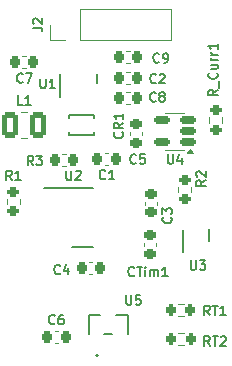
<source format=gbr>
G04 #@! TF.GenerationSoftware,KiCad,Pcbnew,8.0.1*
G04 #@! TF.CreationDate,2025-03-18T21:27:00-06:00*
G04 #@! TF.ProjectId,Temperature_Flex_boost,54656d70-6572-4617-9475-72655f466c65,rev?*
G04 #@! TF.SameCoordinates,Original*
G04 #@! TF.FileFunction,Legend,Top*
G04 #@! TF.FilePolarity,Positive*
%FSLAX46Y46*%
G04 Gerber Fmt 4.6, Leading zero omitted, Abs format (unit mm)*
G04 Created by KiCad (PCBNEW 8.0.1) date 2025-03-18 21:27:00*
%MOMM*%
%LPD*%
G01*
G04 APERTURE LIST*
G04 Aperture macros list*
%AMRoundRect*
0 Rectangle with rounded corners*
0 $1 Rounding radius*
0 $2 $3 $4 $5 $6 $7 $8 $9 X,Y pos of 4 corners*
0 Add a 4 corners polygon primitive as box body*
4,1,4,$2,$3,$4,$5,$6,$7,$8,$9,$2,$3,0*
0 Add four circle primitives for the rounded corners*
1,1,$1+$1,$2,$3*
1,1,$1+$1,$4,$5*
1,1,$1+$1,$6,$7*
1,1,$1+$1,$8,$9*
0 Add four rect primitives between the rounded corners*
20,1,$1+$1,$2,$3,$4,$5,0*
20,1,$1+$1,$4,$5,$6,$7,0*
20,1,$1+$1,$6,$7,$8,$9,0*
20,1,$1+$1,$8,$9,$2,$3,0*%
G04 Aperture macros list end*
%ADD10C,0.150000*%
%ADD11C,0.120000*%
%ADD12C,0.200000*%
%ADD13C,0.152400*%
%ADD14RoundRect,0.225000X0.225000X0.250000X-0.225000X0.250000X-0.225000X-0.250000X0.225000X-0.250000X0*%
%ADD15R,0.399999X0.850001*%
%ADD16RoundRect,0.225000X-0.225000X-0.250000X0.225000X-0.250000X0.225000X0.250000X-0.225000X0.250000X0*%
%ADD17R,0.609600X1.625600*%
%ADD18RoundRect,0.200000X-0.200000X-0.275000X0.200000X-0.275000X0.200000X0.275000X-0.200000X0.275000X0*%
%ADD19RoundRect,0.200000X-0.275000X0.200000X-0.275000X-0.200000X0.275000X-0.200000X0.275000X0.200000X0*%
%ADD20RoundRect,0.250001X-0.462499X-0.849999X0.462499X-0.849999X0.462499X0.849999X-0.462499X0.849999X0*%
%ADD21O,1.649999X0.650001*%
%ADD22RoundRect,0.200000X0.275000X-0.200000X0.275000X0.200000X-0.275000X0.200000X-0.275000X-0.200000X0*%
%ADD23R,0.599999X1.000000*%
%ADD24RoundRect,0.225000X0.250000X-0.225000X0.250000X0.225000X-0.250000X0.225000X-0.250000X-0.225000X0*%
%ADD25R,1.416000X0.451600*%
%ADD26RoundRect,0.225000X-0.250000X0.225000X-0.250000X-0.225000X0.250000X-0.225000X0.250000X0.225000X0*%
%ADD27R,1.700000X1.700000*%
%ADD28O,1.700000X1.700000*%
%ADD29RoundRect,0.150000X0.512500X0.150000X-0.512500X0.150000X-0.512500X-0.150000X0.512500X-0.150000X0*%
G04 APERTURE END LIST*
D10*
X184056667Y-52956104D02*
X184018571Y-52994200D01*
X184018571Y-52994200D02*
X183904286Y-53032295D01*
X183904286Y-53032295D02*
X183828095Y-53032295D01*
X183828095Y-53032295D02*
X183713809Y-52994200D01*
X183713809Y-52994200D02*
X183637619Y-52918009D01*
X183637619Y-52918009D02*
X183599524Y-52841819D01*
X183599524Y-52841819D02*
X183561428Y-52689438D01*
X183561428Y-52689438D02*
X183561428Y-52575152D01*
X183561428Y-52575152D02*
X183599524Y-52422771D01*
X183599524Y-52422771D02*
X183637619Y-52346580D01*
X183637619Y-52346580D02*
X183713809Y-52270390D01*
X183713809Y-52270390D02*
X183828095Y-52232295D01*
X183828095Y-52232295D02*
X183904286Y-52232295D01*
X183904286Y-52232295D02*
X184018571Y-52270390D01*
X184018571Y-52270390D02*
X184056667Y-52308485D01*
X184323333Y-52232295D02*
X184856667Y-52232295D01*
X184856667Y-52232295D02*
X184513809Y-53032295D01*
X198280476Y-68042295D02*
X198280476Y-68689914D01*
X198280476Y-68689914D02*
X198318571Y-68766104D01*
X198318571Y-68766104D02*
X198356666Y-68804200D01*
X198356666Y-68804200D02*
X198432857Y-68842295D01*
X198432857Y-68842295D02*
X198585238Y-68842295D01*
X198585238Y-68842295D02*
X198661428Y-68804200D01*
X198661428Y-68804200D02*
X198699523Y-68766104D01*
X198699523Y-68766104D02*
X198737619Y-68689914D01*
X198737619Y-68689914D02*
X198737619Y-68042295D01*
X199042380Y-68042295D02*
X199537618Y-68042295D01*
X199537618Y-68042295D02*
X199270952Y-68347057D01*
X199270952Y-68347057D02*
X199385237Y-68347057D01*
X199385237Y-68347057D02*
X199461428Y-68385152D01*
X199461428Y-68385152D02*
X199499523Y-68423247D01*
X199499523Y-68423247D02*
X199537618Y-68499438D01*
X199537618Y-68499438D02*
X199537618Y-68689914D01*
X199537618Y-68689914D02*
X199499523Y-68766104D01*
X199499523Y-68766104D02*
X199461428Y-68804200D01*
X199461428Y-68804200D02*
X199385237Y-68842295D01*
X199385237Y-68842295D02*
X199156666Y-68842295D01*
X199156666Y-68842295D02*
X199080475Y-68804200D01*
X199080475Y-68804200D02*
X199042380Y-68766104D01*
X195346667Y-53006104D02*
X195308571Y-53044200D01*
X195308571Y-53044200D02*
X195194286Y-53082295D01*
X195194286Y-53082295D02*
X195118095Y-53082295D01*
X195118095Y-53082295D02*
X195003809Y-53044200D01*
X195003809Y-53044200D02*
X194927619Y-52968009D01*
X194927619Y-52968009D02*
X194889524Y-52891819D01*
X194889524Y-52891819D02*
X194851428Y-52739438D01*
X194851428Y-52739438D02*
X194851428Y-52625152D01*
X194851428Y-52625152D02*
X194889524Y-52472771D01*
X194889524Y-52472771D02*
X194927619Y-52396580D01*
X194927619Y-52396580D02*
X195003809Y-52320390D01*
X195003809Y-52320390D02*
X195118095Y-52282295D01*
X195118095Y-52282295D02*
X195194286Y-52282295D01*
X195194286Y-52282295D02*
X195308571Y-52320390D01*
X195308571Y-52320390D02*
X195346667Y-52358485D01*
X195651428Y-52358485D02*
X195689524Y-52320390D01*
X195689524Y-52320390D02*
X195765714Y-52282295D01*
X195765714Y-52282295D02*
X195956190Y-52282295D01*
X195956190Y-52282295D02*
X196032381Y-52320390D01*
X196032381Y-52320390D02*
X196070476Y-52358485D01*
X196070476Y-52358485D02*
X196108571Y-52434676D01*
X196108571Y-52434676D02*
X196108571Y-52510866D01*
X196108571Y-52510866D02*
X196070476Y-52625152D01*
X196070476Y-52625152D02*
X195613333Y-53082295D01*
X195613333Y-53082295D02*
X196108571Y-53082295D01*
X192820476Y-71012295D02*
X192820476Y-71659914D01*
X192820476Y-71659914D02*
X192858571Y-71736104D01*
X192858571Y-71736104D02*
X192896666Y-71774200D01*
X192896666Y-71774200D02*
X192972857Y-71812295D01*
X192972857Y-71812295D02*
X193125238Y-71812295D01*
X193125238Y-71812295D02*
X193201428Y-71774200D01*
X193201428Y-71774200D02*
X193239523Y-71736104D01*
X193239523Y-71736104D02*
X193277619Y-71659914D01*
X193277619Y-71659914D02*
X193277619Y-71012295D01*
X194039523Y-71012295D02*
X193658571Y-71012295D01*
X193658571Y-71012295D02*
X193620475Y-71393247D01*
X193620475Y-71393247D02*
X193658571Y-71355152D01*
X193658571Y-71355152D02*
X193734761Y-71317057D01*
X193734761Y-71317057D02*
X193925237Y-71317057D01*
X193925237Y-71317057D02*
X194001428Y-71355152D01*
X194001428Y-71355152D02*
X194039523Y-71393247D01*
X194039523Y-71393247D02*
X194077618Y-71469438D01*
X194077618Y-71469438D02*
X194077618Y-71659914D01*
X194077618Y-71659914D02*
X194039523Y-71736104D01*
X194039523Y-71736104D02*
X194001428Y-71774200D01*
X194001428Y-71774200D02*
X193925237Y-71812295D01*
X193925237Y-71812295D02*
X193734761Y-71812295D01*
X193734761Y-71812295D02*
X193658571Y-71774200D01*
X193658571Y-71774200D02*
X193620475Y-71736104D01*
X199891905Y-72692295D02*
X199625238Y-72311342D01*
X199434762Y-72692295D02*
X199434762Y-71892295D01*
X199434762Y-71892295D02*
X199739524Y-71892295D01*
X199739524Y-71892295D02*
X199815714Y-71930390D01*
X199815714Y-71930390D02*
X199853809Y-71968485D01*
X199853809Y-71968485D02*
X199891905Y-72044676D01*
X199891905Y-72044676D02*
X199891905Y-72158961D01*
X199891905Y-72158961D02*
X199853809Y-72235152D01*
X199853809Y-72235152D02*
X199815714Y-72273247D01*
X199815714Y-72273247D02*
X199739524Y-72311342D01*
X199739524Y-72311342D02*
X199434762Y-72311342D01*
X200120476Y-71892295D02*
X200577619Y-71892295D01*
X200349047Y-72692295D02*
X200349047Y-71892295D01*
X201263333Y-72692295D02*
X200806190Y-72692295D01*
X201034762Y-72692295D02*
X201034762Y-71892295D01*
X201034762Y-71892295D02*
X200958571Y-72006580D01*
X200958571Y-72006580D02*
X200882381Y-72082771D01*
X200882381Y-72082771D02*
X200806190Y-72120866D01*
X183146667Y-61262295D02*
X182880000Y-60881342D01*
X182689524Y-61262295D02*
X182689524Y-60462295D01*
X182689524Y-60462295D02*
X182994286Y-60462295D01*
X182994286Y-60462295D02*
X183070476Y-60500390D01*
X183070476Y-60500390D02*
X183108571Y-60538485D01*
X183108571Y-60538485D02*
X183146667Y-60614676D01*
X183146667Y-60614676D02*
X183146667Y-60728961D01*
X183146667Y-60728961D02*
X183108571Y-60805152D01*
X183108571Y-60805152D02*
X183070476Y-60843247D01*
X183070476Y-60843247D02*
X182994286Y-60881342D01*
X182994286Y-60881342D02*
X182689524Y-60881342D01*
X183908571Y-61262295D02*
X183451428Y-61262295D01*
X183680000Y-61262295D02*
X183680000Y-60462295D01*
X183680000Y-60462295D02*
X183603809Y-60576580D01*
X183603809Y-60576580D02*
X183527619Y-60652771D01*
X183527619Y-60652771D02*
X183451428Y-60690866D01*
X184054166Y-54902295D02*
X183673214Y-54902295D01*
X183673214Y-54902295D02*
X183673214Y-54102295D01*
X184739880Y-54902295D02*
X184282737Y-54902295D01*
X184511309Y-54902295D02*
X184511309Y-54102295D01*
X184511309Y-54102295D02*
X184435118Y-54216580D01*
X184435118Y-54216580D02*
X184358928Y-54292771D01*
X184358928Y-54292771D02*
X184282737Y-54330866D01*
X195326667Y-54556104D02*
X195288571Y-54594200D01*
X195288571Y-54594200D02*
X195174286Y-54632295D01*
X195174286Y-54632295D02*
X195098095Y-54632295D01*
X195098095Y-54632295D02*
X194983809Y-54594200D01*
X194983809Y-54594200D02*
X194907619Y-54518009D01*
X194907619Y-54518009D02*
X194869524Y-54441819D01*
X194869524Y-54441819D02*
X194831428Y-54289438D01*
X194831428Y-54289438D02*
X194831428Y-54175152D01*
X194831428Y-54175152D02*
X194869524Y-54022771D01*
X194869524Y-54022771D02*
X194907619Y-53946580D01*
X194907619Y-53946580D02*
X194983809Y-53870390D01*
X194983809Y-53870390D02*
X195098095Y-53832295D01*
X195098095Y-53832295D02*
X195174286Y-53832295D01*
X195174286Y-53832295D02*
X195288571Y-53870390D01*
X195288571Y-53870390D02*
X195326667Y-53908485D01*
X195783809Y-54175152D02*
X195707619Y-54137057D01*
X195707619Y-54137057D02*
X195669524Y-54098961D01*
X195669524Y-54098961D02*
X195631428Y-54022771D01*
X195631428Y-54022771D02*
X195631428Y-53984676D01*
X195631428Y-53984676D02*
X195669524Y-53908485D01*
X195669524Y-53908485D02*
X195707619Y-53870390D01*
X195707619Y-53870390D02*
X195783809Y-53832295D01*
X195783809Y-53832295D02*
X195936190Y-53832295D01*
X195936190Y-53832295D02*
X196012381Y-53870390D01*
X196012381Y-53870390D02*
X196050476Y-53908485D01*
X196050476Y-53908485D02*
X196088571Y-53984676D01*
X196088571Y-53984676D02*
X196088571Y-54022771D01*
X196088571Y-54022771D02*
X196050476Y-54098961D01*
X196050476Y-54098961D02*
X196012381Y-54137057D01*
X196012381Y-54137057D02*
X195936190Y-54175152D01*
X195936190Y-54175152D02*
X195783809Y-54175152D01*
X195783809Y-54175152D02*
X195707619Y-54213247D01*
X195707619Y-54213247D02*
X195669524Y-54251342D01*
X195669524Y-54251342D02*
X195631428Y-54327533D01*
X195631428Y-54327533D02*
X195631428Y-54479914D01*
X195631428Y-54479914D02*
X195669524Y-54556104D01*
X195669524Y-54556104D02*
X195707619Y-54594200D01*
X195707619Y-54594200D02*
X195783809Y-54632295D01*
X195783809Y-54632295D02*
X195936190Y-54632295D01*
X195936190Y-54632295D02*
X196012381Y-54594200D01*
X196012381Y-54594200D02*
X196050476Y-54556104D01*
X196050476Y-54556104D02*
X196088571Y-54479914D01*
X196088571Y-54479914D02*
X196088571Y-54327533D01*
X196088571Y-54327533D02*
X196050476Y-54251342D01*
X196050476Y-54251342D02*
X196012381Y-54213247D01*
X196012381Y-54213247D02*
X195936190Y-54175152D01*
X186791667Y-73406104D02*
X186753571Y-73444200D01*
X186753571Y-73444200D02*
X186639286Y-73482295D01*
X186639286Y-73482295D02*
X186563095Y-73482295D01*
X186563095Y-73482295D02*
X186448809Y-73444200D01*
X186448809Y-73444200D02*
X186372619Y-73368009D01*
X186372619Y-73368009D02*
X186334524Y-73291819D01*
X186334524Y-73291819D02*
X186296428Y-73139438D01*
X186296428Y-73139438D02*
X186296428Y-73025152D01*
X186296428Y-73025152D02*
X186334524Y-72872771D01*
X186334524Y-72872771D02*
X186372619Y-72796580D01*
X186372619Y-72796580D02*
X186448809Y-72720390D01*
X186448809Y-72720390D02*
X186563095Y-72682295D01*
X186563095Y-72682295D02*
X186639286Y-72682295D01*
X186639286Y-72682295D02*
X186753571Y-72720390D01*
X186753571Y-72720390D02*
X186791667Y-72758485D01*
X187477381Y-72682295D02*
X187325000Y-72682295D01*
X187325000Y-72682295D02*
X187248809Y-72720390D01*
X187248809Y-72720390D02*
X187210714Y-72758485D01*
X187210714Y-72758485D02*
X187134524Y-72872771D01*
X187134524Y-72872771D02*
X187096428Y-73025152D01*
X187096428Y-73025152D02*
X187096428Y-73329914D01*
X187096428Y-73329914D02*
X187134524Y-73406104D01*
X187134524Y-73406104D02*
X187172619Y-73444200D01*
X187172619Y-73444200D02*
X187248809Y-73482295D01*
X187248809Y-73482295D02*
X187401190Y-73482295D01*
X187401190Y-73482295D02*
X187477381Y-73444200D01*
X187477381Y-73444200D02*
X187515476Y-73406104D01*
X187515476Y-73406104D02*
X187553571Y-73329914D01*
X187553571Y-73329914D02*
X187553571Y-73139438D01*
X187553571Y-73139438D02*
X187515476Y-73063247D01*
X187515476Y-73063247D02*
X187477381Y-73025152D01*
X187477381Y-73025152D02*
X187401190Y-72987057D01*
X187401190Y-72987057D02*
X187248809Y-72987057D01*
X187248809Y-72987057D02*
X187172619Y-73025152D01*
X187172619Y-73025152D02*
X187134524Y-73063247D01*
X187134524Y-73063247D02*
X187096428Y-73139438D01*
X195616667Y-51236104D02*
X195578571Y-51274200D01*
X195578571Y-51274200D02*
X195464286Y-51312295D01*
X195464286Y-51312295D02*
X195388095Y-51312295D01*
X195388095Y-51312295D02*
X195273809Y-51274200D01*
X195273809Y-51274200D02*
X195197619Y-51198009D01*
X195197619Y-51198009D02*
X195159524Y-51121819D01*
X195159524Y-51121819D02*
X195121428Y-50969438D01*
X195121428Y-50969438D02*
X195121428Y-50855152D01*
X195121428Y-50855152D02*
X195159524Y-50702771D01*
X195159524Y-50702771D02*
X195197619Y-50626580D01*
X195197619Y-50626580D02*
X195273809Y-50550390D01*
X195273809Y-50550390D02*
X195388095Y-50512295D01*
X195388095Y-50512295D02*
X195464286Y-50512295D01*
X195464286Y-50512295D02*
X195578571Y-50550390D01*
X195578571Y-50550390D02*
X195616667Y-50588485D01*
X195997619Y-51312295D02*
X196150000Y-51312295D01*
X196150000Y-51312295D02*
X196226190Y-51274200D01*
X196226190Y-51274200D02*
X196264286Y-51236104D01*
X196264286Y-51236104D02*
X196340476Y-51121819D01*
X196340476Y-51121819D02*
X196378571Y-50969438D01*
X196378571Y-50969438D02*
X196378571Y-50664676D01*
X196378571Y-50664676D02*
X196340476Y-50588485D01*
X196340476Y-50588485D02*
X196302381Y-50550390D01*
X196302381Y-50550390D02*
X196226190Y-50512295D01*
X196226190Y-50512295D02*
X196073809Y-50512295D01*
X196073809Y-50512295D02*
X195997619Y-50550390D01*
X195997619Y-50550390D02*
X195959524Y-50588485D01*
X195959524Y-50588485D02*
X195921428Y-50664676D01*
X195921428Y-50664676D02*
X195921428Y-50855152D01*
X195921428Y-50855152D02*
X195959524Y-50931342D01*
X195959524Y-50931342D02*
X195997619Y-50969438D01*
X195997619Y-50969438D02*
X196073809Y-51007533D01*
X196073809Y-51007533D02*
X196226190Y-51007533D01*
X196226190Y-51007533D02*
X196302381Y-50969438D01*
X196302381Y-50969438D02*
X196340476Y-50931342D01*
X196340476Y-50931342D02*
X196378571Y-50855152D01*
X187740476Y-60462295D02*
X187740476Y-61109914D01*
X187740476Y-61109914D02*
X187778571Y-61186104D01*
X187778571Y-61186104D02*
X187816666Y-61224200D01*
X187816666Y-61224200D02*
X187892857Y-61262295D01*
X187892857Y-61262295D02*
X188045238Y-61262295D01*
X188045238Y-61262295D02*
X188121428Y-61224200D01*
X188121428Y-61224200D02*
X188159523Y-61186104D01*
X188159523Y-61186104D02*
X188197619Y-61109914D01*
X188197619Y-61109914D02*
X188197619Y-60462295D01*
X188540475Y-60538485D02*
X188578571Y-60500390D01*
X188578571Y-60500390D02*
X188654761Y-60462295D01*
X188654761Y-60462295D02*
X188845237Y-60462295D01*
X188845237Y-60462295D02*
X188921428Y-60500390D01*
X188921428Y-60500390D02*
X188959523Y-60538485D01*
X188959523Y-60538485D02*
X188997618Y-60614676D01*
X188997618Y-60614676D02*
X188997618Y-60690866D01*
X188997618Y-60690866D02*
X188959523Y-60805152D01*
X188959523Y-60805152D02*
X188502380Y-61262295D01*
X188502380Y-61262295D02*
X188997618Y-61262295D01*
X200572295Y-53605237D02*
X200191342Y-53871904D01*
X200572295Y-54062380D02*
X199772295Y-54062380D01*
X199772295Y-54062380D02*
X199772295Y-53757618D01*
X199772295Y-53757618D02*
X199810390Y-53681428D01*
X199810390Y-53681428D02*
X199848485Y-53643333D01*
X199848485Y-53643333D02*
X199924676Y-53605237D01*
X199924676Y-53605237D02*
X200038961Y-53605237D01*
X200038961Y-53605237D02*
X200115152Y-53643333D01*
X200115152Y-53643333D02*
X200153247Y-53681428D01*
X200153247Y-53681428D02*
X200191342Y-53757618D01*
X200191342Y-53757618D02*
X200191342Y-54062380D01*
X200648485Y-53452857D02*
X200648485Y-52843333D01*
X200496104Y-52195713D02*
X200534200Y-52233809D01*
X200534200Y-52233809D02*
X200572295Y-52348094D01*
X200572295Y-52348094D02*
X200572295Y-52424285D01*
X200572295Y-52424285D02*
X200534200Y-52538571D01*
X200534200Y-52538571D02*
X200458009Y-52614761D01*
X200458009Y-52614761D02*
X200381819Y-52652856D01*
X200381819Y-52652856D02*
X200229438Y-52690952D01*
X200229438Y-52690952D02*
X200115152Y-52690952D01*
X200115152Y-52690952D02*
X199962771Y-52652856D01*
X199962771Y-52652856D02*
X199886580Y-52614761D01*
X199886580Y-52614761D02*
X199810390Y-52538571D01*
X199810390Y-52538571D02*
X199772295Y-52424285D01*
X199772295Y-52424285D02*
X199772295Y-52348094D01*
X199772295Y-52348094D02*
X199810390Y-52233809D01*
X199810390Y-52233809D02*
X199848485Y-52195713D01*
X200038961Y-51509999D02*
X200572295Y-51509999D01*
X200038961Y-51852856D02*
X200458009Y-51852856D01*
X200458009Y-51852856D02*
X200534200Y-51814761D01*
X200534200Y-51814761D02*
X200572295Y-51738571D01*
X200572295Y-51738571D02*
X200572295Y-51624285D01*
X200572295Y-51624285D02*
X200534200Y-51548094D01*
X200534200Y-51548094D02*
X200496104Y-51509999D01*
X200572295Y-51129046D02*
X200038961Y-51129046D01*
X200191342Y-51129046D02*
X200115152Y-51090951D01*
X200115152Y-51090951D02*
X200077057Y-51052856D01*
X200077057Y-51052856D02*
X200038961Y-50976665D01*
X200038961Y-50976665D02*
X200038961Y-50900475D01*
X200572295Y-50633808D02*
X200038961Y-50633808D01*
X200191342Y-50633808D02*
X200115152Y-50595713D01*
X200115152Y-50595713D02*
X200077057Y-50557618D01*
X200077057Y-50557618D02*
X200038961Y-50481427D01*
X200038961Y-50481427D02*
X200038961Y-50405237D01*
X200572295Y-49719523D02*
X200572295Y-50176666D01*
X200572295Y-49948094D02*
X199772295Y-49948094D01*
X199772295Y-49948094D02*
X199886580Y-50024285D01*
X199886580Y-50024285D02*
X199962771Y-50100475D01*
X199962771Y-50100475D02*
X200000866Y-50176666D01*
X199911905Y-75282295D02*
X199645238Y-74901342D01*
X199454762Y-75282295D02*
X199454762Y-74482295D01*
X199454762Y-74482295D02*
X199759524Y-74482295D01*
X199759524Y-74482295D02*
X199835714Y-74520390D01*
X199835714Y-74520390D02*
X199873809Y-74558485D01*
X199873809Y-74558485D02*
X199911905Y-74634676D01*
X199911905Y-74634676D02*
X199911905Y-74748961D01*
X199911905Y-74748961D02*
X199873809Y-74825152D01*
X199873809Y-74825152D02*
X199835714Y-74863247D01*
X199835714Y-74863247D02*
X199759524Y-74901342D01*
X199759524Y-74901342D02*
X199454762Y-74901342D01*
X200140476Y-74482295D02*
X200597619Y-74482295D01*
X200369047Y-75282295D02*
X200369047Y-74482295D01*
X200826190Y-74558485D02*
X200864286Y-74520390D01*
X200864286Y-74520390D02*
X200940476Y-74482295D01*
X200940476Y-74482295D02*
X201130952Y-74482295D01*
X201130952Y-74482295D02*
X201207143Y-74520390D01*
X201207143Y-74520390D02*
X201245238Y-74558485D01*
X201245238Y-74558485D02*
X201283333Y-74634676D01*
X201283333Y-74634676D02*
X201283333Y-74710866D01*
X201283333Y-74710866D02*
X201245238Y-74825152D01*
X201245238Y-74825152D02*
X200788095Y-75282295D01*
X200788095Y-75282295D02*
X201283333Y-75282295D01*
X199572295Y-61273332D02*
X199191342Y-61539999D01*
X199572295Y-61730475D02*
X198772295Y-61730475D01*
X198772295Y-61730475D02*
X198772295Y-61425713D01*
X198772295Y-61425713D02*
X198810390Y-61349523D01*
X198810390Y-61349523D02*
X198848485Y-61311428D01*
X198848485Y-61311428D02*
X198924676Y-61273332D01*
X198924676Y-61273332D02*
X199038961Y-61273332D01*
X199038961Y-61273332D02*
X199115152Y-61311428D01*
X199115152Y-61311428D02*
X199153247Y-61349523D01*
X199153247Y-61349523D02*
X199191342Y-61425713D01*
X199191342Y-61425713D02*
X199191342Y-61730475D01*
X198848485Y-60968571D02*
X198810390Y-60930475D01*
X198810390Y-60930475D02*
X198772295Y-60854285D01*
X198772295Y-60854285D02*
X198772295Y-60663809D01*
X198772295Y-60663809D02*
X198810390Y-60587618D01*
X198810390Y-60587618D02*
X198848485Y-60549523D01*
X198848485Y-60549523D02*
X198924676Y-60511428D01*
X198924676Y-60511428D02*
X199000866Y-60511428D01*
X199000866Y-60511428D02*
X199115152Y-60549523D01*
X199115152Y-60549523D02*
X199572295Y-61006666D01*
X199572295Y-61006666D02*
X199572295Y-60511428D01*
X185550476Y-52692295D02*
X185550476Y-53339914D01*
X185550476Y-53339914D02*
X185588571Y-53416104D01*
X185588571Y-53416104D02*
X185626666Y-53454200D01*
X185626666Y-53454200D02*
X185702857Y-53492295D01*
X185702857Y-53492295D02*
X185855238Y-53492295D01*
X185855238Y-53492295D02*
X185931428Y-53454200D01*
X185931428Y-53454200D02*
X185969523Y-53416104D01*
X185969523Y-53416104D02*
X186007619Y-53339914D01*
X186007619Y-53339914D02*
X186007619Y-52692295D01*
X186807618Y-53492295D02*
X186350475Y-53492295D01*
X186579047Y-53492295D02*
X186579047Y-52692295D01*
X186579047Y-52692295D02*
X186502856Y-52806580D01*
X186502856Y-52806580D02*
X186426666Y-52882771D01*
X186426666Y-52882771D02*
X186350475Y-52920866D01*
X193508095Y-69336104D02*
X193469999Y-69374200D01*
X193469999Y-69374200D02*
X193355714Y-69412295D01*
X193355714Y-69412295D02*
X193279523Y-69412295D01*
X193279523Y-69412295D02*
X193165237Y-69374200D01*
X193165237Y-69374200D02*
X193089047Y-69298009D01*
X193089047Y-69298009D02*
X193050952Y-69221819D01*
X193050952Y-69221819D02*
X193012856Y-69069438D01*
X193012856Y-69069438D02*
X193012856Y-68955152D01*
X193012856Y-68955152D02*
X193050952Y-68802771D01*
X193050952Y-68802771D02*
X193089047Y-68726580D01*
X193089047Y-68726580D02*
X193165237Y-68650390D01*
X193165237Y-68650390D02*
X193279523Y-68612295D01*
X193279523Y-68612295D02*
X193355714Y-68612295D01*
X193355714Y-68612295D02*
X193469999Y-68650390D01*
X193469999Y-68650390D02*
X193508095Y-68688485D01*
X193736666Y-68612295D02*
X194193809Y-68612295D01*
X193965237Y-69412295D02*
X193965237Y-68612295D01*
X194460476Y-69412295D02*
X194460476Y-68878961D01*
X194460476Y-68612295D02*
X194422380Y-68650390D01*
X194422380Y-68650390D02*
X194460476Y-68688485D01*
X194460476Y-68688485D02*
X194498571Y-68650390D01*
X194498571Y-68650390D02*
X194460476Y-68612295D01*
X194460476Y-68612295D02*
X194460476Y-68688485D01*
X194841428Y-69412295D02*
X194841428Y-68878961D01*
X194841428Y-68955152D02*
X194879523Y-68917057D01*
X194879523Y-68917057D02*
X194955713Y-68878961D01*
X194955713Y-68878961D02*
X195069999Y-68878961D01*
X195069999Y-68878961D02*
X195146190Y-68917057D01*
X195146190Y-68917057D02*
X195184285Y-68993247D01*
X195184285Y-68993247D02*
X195184285Y-69412295D01*
X195184285Y-68993247D02*
X195222380Y-68917057D01*
X195222380Y-68917057D02*
X195298571Y-68878961D01*
X195298571Y-68878961D02*
X195412856Y-68878961D01*
X195412856Y-68878961D02*
X195489047Y-68917057D01*
X195489047Y-68917057D02*
X195527142Y-68993247D01*
X195527142Y-68993247D02*
X195527142Y-69412295D01*
X196327142Y-69412295D02*
X195869999Y-69412295D01*
X196098571Y-69412295D02*
X196098571Y-68612295D01*
X196098571Y-68612295D02*
X196022380Y-68726580D01*
X196022380Y-68726580D02*
X195946190Y-68802771D01*
X195946190Y-68802771D02*
X195869999Y-68840866D01*
X184966667Y-60012295D02*
X184700000Y-59631342D01*
X184509524Y-60012295D02*
X184509524Y-59212295D01*
X184509524Y-59212295D02*
X184814286Y-59212295D01*
X184814286Y-59212295D02*
X184890476Y-59250390D01*
X184890476Y-59250390D02*
X184928571Y-59288485D01*
X184928571Y-59288485D02*
X184966667Y-59364676D01*
X184966667Y-59364676D02*
X184966667Y-59478961D01*
X184966667Y-59478961D02*
X184928571Y-59555152D01*
X184928571Y-59555152D02*
X184890476Y-59593247D01*
X184890476Y-59593247D02*
X184814286Y-59631342D01*
X184814286Y-59631342D02*
X184509524Y-59631342D01*
X185233333Y-59212295D02*
X185728571Y-59212295D01*
X185728571Y-59212295D02*
X185461905Y-59517057D01*
X185461905Y-59517057D02*
X185576190Y-59517057D01*
X185576190Y-59517057D02*
X185652381Y-59555152D01*
X185652381Y-59555152D02*
X185690476Y-59593247D01*
X185690476Y-59593247D02*
X185728571Y-59669438D01*
X185728571Y-59669438D02*
X185728571Y-59859914D01*
X185728571Y-59859914D02*
X185690476Y-59936104D01*
X185690476Y-59936104D02*
X185652381Y-59974200D01*
X185652381Y-59974200D02*
X185576190Y-60012295D01*
X185576190Y-60012295D02*
X185347619Y-60012295D01*
X185347619Y-60012295D02*
X185271428Y-59974200D01*
X185271428Y-59974200D02*
X185233333Y-59936104D01*
X192486104Y-57213332D02*
X192524200Y-57251428D01*
X192524200Y-57251428D02*
X192562295Y-57365713D01*
X192562295Y-57365713D02*
X192562295Y-57441904D01*
X192562295Y-57441904D02*
X192524200Y-57556190D01*
X192524200Y-57556190D02*
X192448009Y-57632380D01*
X192448009Y-57632380D02*
X192371819Y-57670475D01*
X192371819Y-57670475D02*
X192219438Y-57708571D01*
X192219438Y-57708571D02*
X192105152Y-57708571D01*
X192105152Y-57708571D02*
X191952771Y-57670475D01*
X191952771Y-57670475D02*
X191876580Y-57632380D01*
X191876580Y-57632380D02*
X191800390Y-57556190D01*
X191800390Y-57556190D02*
X191762295Y-57441904D01*
X191762295Y-57441904D02*
X191762295Y-57365713D01*
X191762295Y-57365713D02*
X191800390Y-57251428D01*
X191800390Y-57251428D02*
X191838485Y-57213332D01*
X192562295Y-56413332D02*
X192181342Y-56679999D01*
X192562295Y-56870475D02*
X191762295Y-56870475D01*
X191762295Y-56870475D02*
X191762295Y-56565713D01*
X191762295Y-56565713D02*
X191800390Y-56489523D01*
X191800390Y-56489523D02*
X191838485Y-56451428D01*
X191838485Y-56451428D02*
X191914676Y-56413332D01*
X191914676Y-56413332D02*
X192028961Y-56413332D01*
X192028961Y-56413332D02*
X192105152Y-56451428D01*
X192105152Y-56451428D02*
X192143247Y-56489523D01*
X192143247Y-56489523D02*
X192181342Y-56565713D01*
X192181342Y-56565713D02*
X192181342Y-56870475D01*
X192562295Y-55651428D02*
X192562295Y-56108571D01*
X192562295Y-55879999D02*
X191762295Y-55879999D01*
X191762295Y-55879999D02*
X191876580Y-55956190D01*
X191876580Y-55956190D02*
X191952771Y-56032380D01*
X191952771Y-56032380D02*
X191990866Y-56108571D01*
X193666667Y-59816104D02*
X193628571Y-59854200D01*
X193628571Y-59854200D02*
X193514286Y-59892295D01*
X193514286Y-59892295D02*
X193438095Y-59892295D01*
X193438095Y-59892295D02*
X193323809Y-59854200D01*
X193323809Y-59854200D02*
X193247619Y-59778009D01*
X193247619Y-59778009D02*
X193209524Y-59701819D01*
X193209524Y-59701819D02*
X193171428Y-59549438D01*
X193171428Y-59549438D02*
X193171428Y-59435152D01*
X193171428Y-59435152D02*
X193209524Y-59282771D01*
X193209524Y-59282771D02*
X193247619Y-59206580D01*
X193247619Y-59206580D02*
X193323809Y-59130390D01*
X193323809Y-59130390D02*
X193438095Y-59092295D01*
X193438095Y-59092295D02*
X193514286Y-59092295D01*
X193514286Y-59092295D02*
X193628571Y-59130390D01*
X193628571Y-59130390D02*
X193666667Y-59168485D01*
X194390476Y-59092295D02*
X194009524Y-59092295D01*
X194009524Y-59092295D02*
X193971428Y-59473247D01*
X193971428Y-59473247D02*
X194009524Y-59435152D01*
X194009524Y-59435152D02*
X194085714Y-59397057D01*
X194085714Y-59397057D02*
X194276190Y-59397057D01*
X194276190Y-59397057D02*
X194352381Y-59435152D01*
X194352381Y-59435152D02*
X194390476Y-59473247D01*
X194390476Y-59473247D02*
X194428571Y-59549438D01*
X194428571Y-59549438D02*
X194428571Y-59739914D01*
X194428571Y-59739914D02*
X194390476Y-59816104D01*
X194390476Y-59816104D02*
X194352381Y-59854200D01*
X194352381Y-59854200D02*
X194276190Y-59892295D01*
X194276190Y-59892295D02*
X194085714Y-59892295D01*
X194085714Y-59892295D02*
X194009524Y-59854200D01*
X194009524Y-59854200D02*
X193971428Y-59816104D01*
X184922295Y-48366666D02*
X185493723Y-48366666D01*
X185493723Y-48366666D02*
X185608009Y-48404761D01*
X185608009Y-48404761D02*
X185684200Y-48480952D01*
X185684200Y-48480952D02*
X185722295Y-48595237D01*
X185722295Y-48595237D02*
X185722295Y-48671428D01*
X184998485Y-48023809D02*
X184960390Y-47985713D01*
X184960390Y-47985713D02*
X184922295Y-47909523D01*
X184922295Y-47909523D02*
X184922295Y-47719047D01*
X184922295Y-47719047D02*
X184960390Y-47642856D01*
X184960390Y-47642856D02*
X184998485Y-47604761D01*
X184998485Y-47604761D02*
X185074676Y-47566666D01*
X185074676Y-47566666D02*
X185150866Y-47566666D01*
X185150866Y-47566666D02*
X185265152Y-47604761D01*
X185265152Y-47604761D02*
X185722295Y-48061904D01*
X185722295Y-48061904D02*
X185722295Y-47566666D01*
X196347976Y-59092295D02*
X196347976Y-59739914D01*
X196347976Y-59739914D02*
X196386071Y-59816104D01*
X196386071Y-59816104D02*
X196424166Y-59854200D01*
X196424166Y-59854200D02*
X196500357Y-59892295D01*
X196500357Y-59892295D02*
X196652738Y-59892295D01*
X196652738Y-59892295D02*
X196728928Y-59854200D01*
X196728928Y-59854200D02*
X196767023Y-59816104D01*
X196767023Y-59816104D02*
X196805119Y-59739914D01*
X196805119Y-59739914D02*
X196805119Y-59092295D01*
X197528928Y-59358961D02*
X197528928Y-59892295D01*
X197338452Y-59054200D02*
X197147975Y-59625628D01*
X197147975Y-59625628D02*
X197643214Y-59625628D01*
X196626104Y-64413332D02*
X196664200Y-64451428D01*
X196664200Y-64451428D02*
X196702295Y-64565713D01*
X196702295Y-64565713D02*
X196702295Y-64641904D01*
X196702295Y-64641904D02*
X196664200Y-64756190D01*
X196664200Y-64756190D02*
X196588009Y-64832380D01*
X196588009Y-64832380D02*
X196511819Y-64870475D01*
X196511819Y-64870475D02*
X196359438Y-64908571D01*
X196359438Y-64908571D02*
X196245152Y-64908571D01*
X196245152Y-64908571D02*
X196092771Y-64870475D01*
X196092771Y-64870475D02*
X196016580Y-64832380D01*
X196016580Y-64832380D02*
X195940390Y-64756190D01*
X195940390Y-64756190D02*
X195902295Y-64641904D01*
X195902295Y-64641904D02*
X195902295Y-64565713D01*
X195902295Y-64565713D02*
X195940390Y-64451428D01*
X195940390Y-64451428D02*
X195978485Y-64413332D01*
X195902295Y-64146666D02*
X195902295Y-63651428D01*
X195902295Y-63651428D02*
X196207057Y-63918094D01*
X196207057Y-63918094D02*
X196207057Y-63803809D01*
X196207057Y-63803809D02*
X196245152Y-63727618D01*
X196245152Y-63727618D02*
X196283247Y-63689523D01*
X196283247Y-63689523D02*
X196359438Y-63651428D01*
X196359438Y-63651428D02*
X196549914Y-63651428D01*
X196549914Y-63651428D02*
X196626104Y-63689523D01*
X196626104Y-63689523D02*
X196664200Y-63727618D01*
X196664200Y-63727618D02*
X196702295Y-63803809D01*
X196702295Y-63803809D02*
X196702295Y-64032380D01*
X196702295Y-64032380D02*
X196664200Y-64108571D01*
X196664200Y-64108571D02*
X196626104Y-64146666D01*
X187226667Y-69146104D02*
X187188571Y-69184200D01*
X187188571Y-69184200D02*
X187074286Y-69222295D01*
X187074286Y-69222295D02*
X186998095Y-69222295D01*
X186998095Y-69222295D02*
X186883809Y-69184200D01*
X186883809Y-69184200D02*
X186807619Y-69108009D01*
X186807619Y-69108009D02*
X186769524Y-69031819D01*
X186769524Y-69031819D02*
X186731428Y-68879438D01*
X186731428Y-68879438D02*
X186731428Y-68765152D01*
X186731428Y-68765152D02*
X186769524Y-68612771D01*
X186769524Y-68612771D02*
X186807619Y-68536580D01*
X186807619Y-68536580D02*
X186883809Y-68460390D01*
X186883809Y-68460390D02*
X186998095Y-68422295D01*
X186998095Y-68422295D02*
X187074286Y-68422295D01*
X187074286Y-68422295D02*
X187188571Y-68460390D01*
X187188571Y-68460390D02*
X187226667Y-68498485D01*
X187912381Y-68688961D02*
X187912381Y-69222295D01*
X187721905Y-68384200D02*
X187531428Y-68955628D01*
X187531428Y-68955628D02*
X188026667Y-68955628D01*
X191066667Y-61126104D02*
X191028571Y-61164200D01*
X191028571Y-61164200D02*
X190914286Y-61202295D01*
X190914286Y-61202295D02*
X190838095Y-61202295D01*
X190838095Y-61202295D02*
X190723809Y-61164200D01*
X190723809Y-61164200D02*
X190647619Y-61088009D01*
X190647619Y-61088009D02*
X190609524Y-61011819D01*
X190609524Y-61011819D02*
X190571428Y-60859438D01*
X190571428Y-60859438D02*
X190571428Y-60745152D01*
X190571428Y-60745152D02*
X190609524Y-60592771D01*
X190609524Y-60592771D02*
X190647619Y-60516580D01*
X190647619Y-60516580D02*
X190723809Y-60440390D01*
X190723809Y-60440390D02*
X190838095Y-60402295D01*
X190838095Y-60402295D02*
X190914286Y-60402295D01*
X190914286Y-60402295D02*
X191028571Y-60440390D01*
X191028571Y-60440390D02*
X191066667Y-60478485D01*
X191828571Y-61202295D02*
X191371428Y-61202295D01*
X191600000Y-61202295D02*
X191600000Y-60402295D01*
X191600000Y-60402295D02*
X191523809Y-60516580D01*
X191523809Y-60516580D02*
X191447619Y-60592771D01*
X191447619Y-60592771D02*
X191371428Y-60630866D01*
D11*
X184325580Y-50780000D02*
X184044420Y-50780000D01*
X184325580Y-51800000D02*
X184044420Y-51800000D01*
D12*
X197637801Y-67393602D02*
X197637801Y-65514002D01*
X199822201Y-66403002D02*
X199822201Y-65387002D01*
D11*
X192844420Y-52090000D02*
X193125580Y-52090000D01*
X192844420Y-53110000D02*
X193125580Y-53110000D01*
D13*
X189639000Y-72647700D02*
X189639000Y-74298700D01*
X190652460Y-72647700D02*
X189639000Y-72647700D01*
X190977580Y-74298700D02*
X191602420Y-74298700D01*
X192941000Y-72647700D02*
X191927540Y-72647700D01*
X192941000Y-74298700D02*
X192941000Y-72647700D01*
X190416240Y-76114800D02*
G75*
G02*
X190263840Y-76114800I-76200J0D01*
G01*
X190263840Y-76114800D02*
G75*
G02*
X190416240Y-76114800I76200J0D01*
G01*
D11*
X197207742Y-71767500D02*
X197682258Y-71767500D01*
X197207742Y-72812500D02*
X197682258Y-72812500D01*
X182757500Y-62857742D02*
X182757500Y-63332258D01*
X183802500Y-62857742D02*
X183802500Y-63332258D01*
X183926248Y-55480000D02*
X184448752Y-55480000D01*
X183926248Y-57700000D02*
X184448752Y-57700000D01*
X192844420Y-53800000D02*
X193125580Y-53800000D01*
X192844420Y-54820000D02*
X193125580Y-54820000D01*
X186784420Y-74040000D02*
X187065580Y-74040000D01*
X186784420Y-75060000D02*
X187065580Y-75060000D01*
X192854420Y-50340000D02*
X193135580Y-50340000D01*
X192854420Y-51360000D02*
X193135580Y-51360000D01*
D12*
X185845000Y-61895000D02*
X190045002Y-61895000D01*
X188245000Y-66895000D02*
X190045002Y-66895000D01*
D11*
X199877500Y-56432258D02*
X199877500Y-55957742D01*
X200922500Y-56432258D02*
X200922500Y-55957742D01*
X197237742Y-74177500D02*
X197712258Y-74177500D01*
X197237742Y-75222500D02*
X197712258Y-75222500D01*
X197257500Y-61837742D02*
X197257500Y-62312258D01*
X198302500Y-61837742D02*
X198302500Y-62312258D01*
D12*
X187250003Y-54250000D02*
X187250003Y-52275000D01*
X190350001Y-53024998D02*
X190350001Y-52249996D01*
D11*
X194320000Y-66855580D02*
X194320000Y-66574420D01*
X195340000Y-66855580D02*
X195340000Y-66574420D01*
X187434420Y-59020000D02*
X187715580Y-59020000D01*
X187434420Y-60040000D02*
X187715580Y-60040000D01*
D13*
X188023800Y-55773000D02*
X188023800Y-56041460D01*
X188023800Y-57158540D02*
X188023800Y-57427000D01*
X188023800Y-57427000D02*
X190077800Y-57427000D01*
X190077800Y-55773000D02*
X188023800Y-55773000D01*
X190077800Y-56041460D02*
X190077800Y-55773000D01*
X190077800Y-57427000D02*
X190077800Y-57158540D01*
D11*
X193190000Y-57174420D02*
X193190000Y-57455580D01*
X194210000Y-57174420D02*
X194210000Y-57455580D01*
X186360000Y-49430000D02*
X186360000Y-48100000D01*
X187690000Y-49430000D02*
X186360000Y-49430000D01*
X188960000Y-46770000D02*
X196640000Y-46770000D01*
X188960000Y-49430000D02*
X188960000Y-46770000D01*
X188960000Y-49430000D02*
X196640000Y-49430000D01*
X196640000Y-49430000D02*
X196640000Y-46770000D01*
X196957500Y-55570000D02*
X196157500Y-55570000D01*
X196957500Y-55570000D02*
X197757500Y-55570000D01*
X196957500Y-58690000D02*
X196157500Y-58690000D01*
X196957500Y-58690000D02*
X197757500Y-58690000D01*
X198497500Y-58970000D02*
X198017500Y-58970000D01*
X198257500Y-58640000D01*
X198497500Y-58970000D01*
G36*
X198497500Y-58970000D02*
G01*
X198017500Y-58970000D01*
X198257500Y-58640000D01*
X198497500Y-58970000D01*
G37*
X194400000Y-63094420D02*
X194400000Y-63375580D01*
X195420000Y-63094420D02*
X195420000Y-63375580D01*
X189684420Y-68170000D02*
X189965580Y-68170000D01*
X189684420Y-69190000D02*
X189965580Y-69190000D01*
X191034420Y-59010000D02*
X191315580Y-59010000D01*
X191034420Y-60030000D02*
X191315580Y-60030000D01*
%LPC*%
D14*
X184960000Y-51290000D03*
X183410000Y-51290000D03*
D15*
X198080000Y-67020001D03*
X198730001Y-67020001D03*
X199380000Y-67020001D03*
X199380000Y-64770000D03*
X198730001Y-64770000D03*
X198080000Y-64770000D03*
D16*
X192210000Y-52600000D03*
X193760000Y-52600000D03*
D17*
X190340040Y-74540000D03*
X192239960Y-74540000D03*
X191290000Y-72406400D03*
D18*
X196620000Y-72290000D03*
X198270000Y-72290000D03*
D19*
X183280000Y-62270000D03*
X183280000Y-63920000D03*
D20*
X183025000Y-56590000D03*
X185350000Y-56590000D03*
D16*
X192210000Y-54310000D03*
X193760000Y-54310000D03*
X186150000Y-74550000D03*
X187700000Y-74550000D03*
X192220000Y-50850000D03*
X193770000Y-50850000D03*
D21*
X186320000Y-62490000D03*
X186320000Y-63760000D03*
X186320000Y-65030000D03*
X186320000Y-66300000D03*
X191969999Y-66300000D03*
X191969999Y-65030000D03*
X191969999Y-63760000D03*
X191969999Y-62490000D03*
D22*
X200400000Y-57020000D03*
X200400000Y-55370000D03*
D18*
X196650000Y-74700000D03*
X198300000Y-74700000D03*
D19*
X197780000Y-61250000D03*
X197780000Y-62900000D03*
D23*
X187850001Y-54000000D03*
X188800002Y-54000000D03*
X189750000Y-54000000D03*
X189750000Y-51250000D03*
X187850001Y-51250000D03*
D24*
X194830000Y-67490000D03*
X194830000Y-65940000D03*
D16*
X186800000Y-59530000D03*
X188350000Y-59530000D03*
D25*
X190251600Y-56600000D03*
X187850000Y-56600000D03*
D26*
X193700000Y-56540000D03*
X193700000Y-58090000D03*
D27*
X187690000Y-48100000D03*
D28*
X190230000Y-48100000D03*
X192770000Y-48100000D03*
X195310000Y-48100000D03*
D29*
X198095000Y-58080000D03*
X198095000Y-57130000D03*
X198095000Y-56180000D03*
X195820000Y-56180000D03*
X195820000Y-58080000D03*
D26*
X194910000Y-62460000D03*
X194910000Y-64010000D03*
D16*
X189050000Y-68680000D03*
X190600000Y-68680000D03*
X190400000Y-59520000D03*
X191950000Y-59520000D03*
%LPD*%
M02*

</source>
